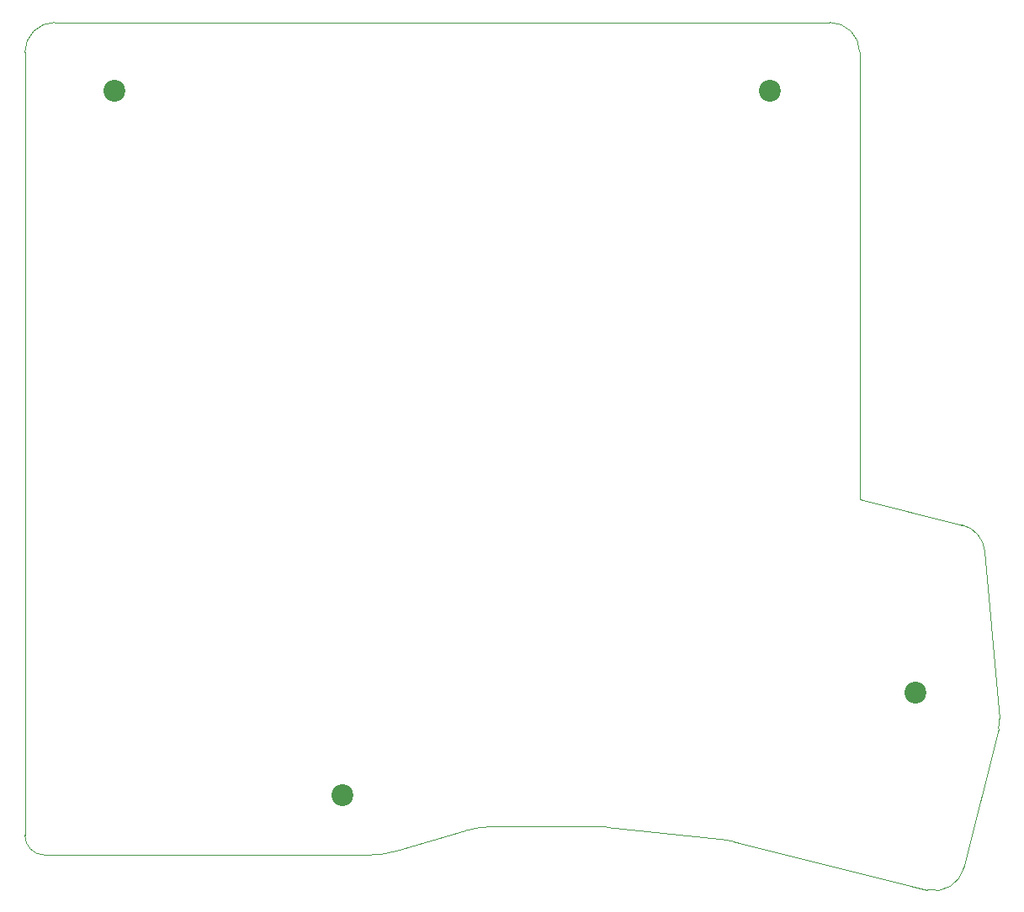
<source format=gbs>
%TF.GenerationSoftware,KiCad,Pcbnew,(6.0.6)*%
%TF.CreationDate,2022-11-03T11:36:34+09:00*%
%TF.ProjectId,bottom_plate__split-mini,626f7474-6f6d-45f7-906c-6174655f5f73,rev?*%
%TF.SameCoordinates,Original*%
%TF.FileFunction,Soldermask,Bot*%
%TF.FilePolarity,Negative*%
%FSLAX46Y46*%
G04 Gerber Fmt 4.6, Leading zero omitted, Abs format (unit mm)*
G04 Created by KiCad (PCBNEW (6.0.6)) date 2022-11-03 11:36:34*
%MOMM*%
%LPD*%
G01*
G04 APERTURE LIST*
%TA.AperFunction,Profile*%
%ADD10C,0.100000*%
%TD*%
%ADD11C,2.200000*%
G04 APERTURE END LIST*
D10*
X116123324Y-72166634D02*
G75*
G03*
X113860370Y-69515158I-2988724J-259366D01*
G01*
X103530843Y-66939718D02*
X113860370Y-69515158D01*
X110364219Y-106260861D02*
G75*
G03*
X114000870Y-104075745I725781J2910861D01*
G01*
X21530843Y-102768057D02*
X45530843Y-102768057D01*
X78079754Y-99947838D02*
X89423885Y-101140154D01*
X66703035Y-99893057D02*
X77034469Y-99893057D01*
X45530843Y-102768057D02*
X54083652Y-102768057D01*
X56918659Y-102357777D02*
X63868027Y-100303337D01*
X19530843Y-21893057D02*
X19530843Y-100768057D01*
X117508504Y-90007398D02*
G75*
G03*
X117586379Y-89022217I-2911304J725798D01*
G01*
X103530843Y-21893057D02*
G75*
G03*
X100530843Y-18893057I-3000043J-43D01*
G01*
X78079754Y-99947841D02*
G75*
G03*
X77034469Y-99893057I-1045254J-9944059D01*
G01*
X54083652Y-102768065D02*
G75*
G03*
X56918659Y-102357777I-52J10000165D01*
G01*
X66703035Y-99893053D02*
G75*
G03*
X63868027Y-100303337I65J-10000347D01*
G01*
X22530843Y-18893063D02*
G75*
G03*
X19530843Y-21893057I-3J-2999997D01*
G01*
X114000870Y-104075745D02*
X117508503Y-90007398D01*
X90797818Y-101382418D02*
G75*
G03*
X89423885Y-101140154I-2419118J-9702282D01*
G01*
X19530843Y-100768057D02*
G75*
G03*
X21530843Y-102768057I1999997J-3D01*
G01*
X90797819Y-101382416D02*
X110364217Y-106260867D01*
X100530843Y-18893057D02*
X22530843Y-18893057D01*
X103530843Y-66939718D02*
X103530843Y-21893057D01*
X116123367Y-72166630D02*
X117586379Y-89022217D01*
D11*
%TO.C,HOLE5*%
X109130000Y-86360000D03*
%TD*%
%TO.C,HOLE4*%
X51500000Y-96760000D03*
%TD*%
%TO.C,HOLE2*%
X94500000Y-25740000D03*
%TD*%
%TO.C,HOLE1*%
X28520000Y-25760000D03*
%TD*%
M02*

</source>
